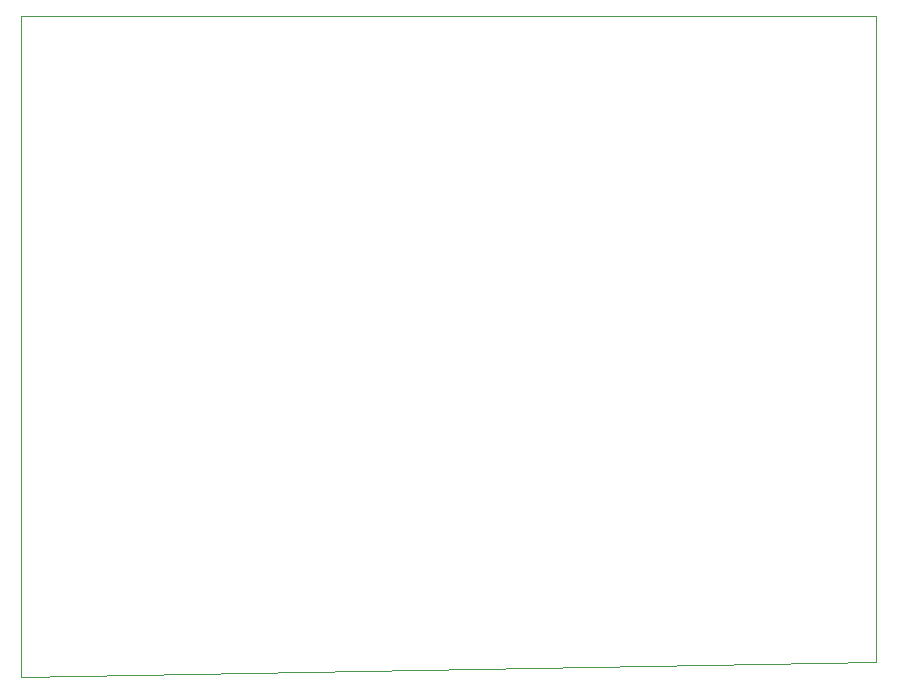
<source format=gbr>
%FSLAX34Y34*%
%MOMM*%
%LNOUTLINE*%
G71*
G01*
%ADD10C,0.000*%
%LPD*%
G54D10*
X-457200Y207900D02*
X266600Y207900D01*
X266600Y-339400D01*
X-457200Y-352100D01*
X-457200Y207900D01*
M02*

</source>
